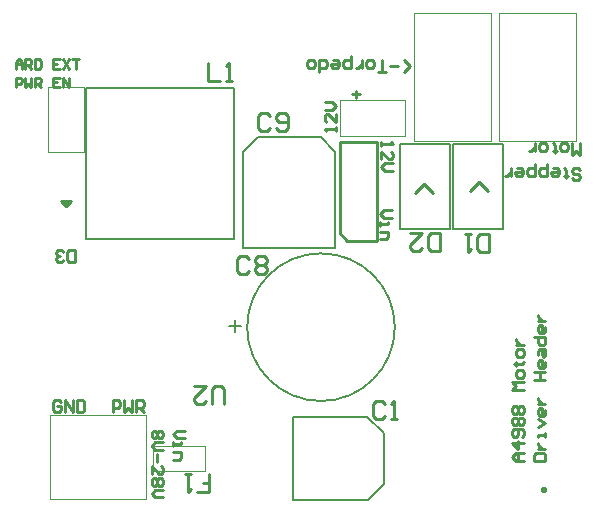
<source format=gto>
G04*
G04 #@! TF.GenerationSoftware,Altium Limited,Altium Designer,18.1.7 (191)*
G04*
G04 Layer_Color=65535*
%FSLAX25Y25*%
%MOIN*%
G70*
G01*
G75*
%ADD10C,0.00787*%
%ADD11C,0.00197*%
%ADD12C,0.01000*%
%ADD13C,0.00394*%
%ADD14C,0.00591*%
D10*
X191929Y158661D02*
G03*
X191929Y158661I-24606J0D01*
G01*
X157874Y101181D02*
Y116535D01*
Y128740D01*
Y101181D02*
X183071D01*
X188189Y106299D01*
Y123228D01*
X157874Y128740D02*
X182677D01*
X188189Y123228D01*
X136543Y159055D02*
X140543D01*
X138543Y157055D02*
Y161055D01*
X104823Y188169D02*
X138484D01*
Y238366D01*
X88878D02*
X138484D01*
X88878Y188169D02*
Y238366D01*
Y188169D02*
X104823D01*
X141339Y185039D02*
X156693D01*
X141339D02*
Y217192D01*
X146194Y222047D01*
X167192D01*
X172047Y217192D01*
X156693Y185039D02*
X172047D01*
Y217192D01*
D11*
X128779Y112811D02*
Y117111D01*
X111379Y119161D02*
X128779D01*
X111327Y114961D02*
Y119161D01*
X115779Y110761D02*
X124479D01*
X111327D02*
Y114961D01*
Y110761D02*
X115779D01*
X124479D02*
X128779D01*
Y112811D01*
Y117111D02*
Y119161D01*
D12*
X80610Y200787D02*
X82284Y199114D01*
X80610Y200787D02*
X83957D01*
X82284Y199114D02*
X82284D01*
X83957Y200787D01*
X83957D02*
X83957D01*
X83366Y200197D02*
X83957Y200787D01*
X81595Y200197D02*
X83366D01*
X186028Y187437D02*
Y220437D01*
X173528D02*
X186028D01*
X176028Y187437D02*
X186028D01*
X173528Y189937D02*
X176028Y187437D01*
X173528Y189937D02*
Y220437D01*
X235041Y114111D02*
X232417D01*
X231105Y115423D01*
X232417Y116735D01*
X235041D01*
X233073D01*
Y114111D01*
X235041Y120015D02*
X231105D01*
X233073Y118047D01*
Y120671D01*
X234385Y121983D02*
X235041Y122639D01*
Y123951D01*
X234385Y124606D01*
X231761D01*
X231105Y123951D01*
Y122639D01*
X231761Y121983D01*
X232417D01*
X233073Y122639D01*
Y124606D01*
X231761Y125918D02*
X231105Y126574D01*
Y127886D01*
X231761Y128542D01*
X232417D01*
X233073Y127886D01*
X233729Y128542D01*
X234385D01*
X235041Y127886D01*
Y126574D01*
X234385Y125918D01*
X233729D01*
X233073Y126574D01*
X232417Y125918D01*
X231761D01*
X233073Y126574D02*
Y127886D01*
X231761Y129854D02*
X231105Y130510D01*
Y131822D01*
X231761Y132478D01*
X232417D01*
X233073Y131822D01*
X233729Y132478D01*
X234385D01*
X235041Y131822D01*
Y130510D01*
X234385Y129854D01*
X233729D01*
X233073Y130510D01*
X232417Y129854D01*
X231761D01*
X233073Y130510D02*
Y131822D01*
X235041Y137725D02*
X231105D01*
X232417Y139038D01*
X231105Y140349D01*
X235041D01*
Y142317D02*
Y143629D01*
X234385Y144285D01*
X233073D01*
X232417Y143629D01*
Y142317D01*
X233073Y141661D01*
X234385D01*
X235041Y142317D01*
X231761Y146253D02*
X232417D01*
Y145597D01*
Y146909D01*
Y146253D01*
X234385D01*
X235041Y146909D01*
Y149533D02*
Y150845D01*
X234385Y151501D01*
X233073D01*
X232417Y150845D01*
Y149533D01*
X233073Y148877D01*
X234385D01*
X235041Y149533D01*
X232417Y152813D02*
X235041D01*
X233729D01*
X233073Y153469D01*
X232417Y154124D01*
Y154780D01*
X238228Y114111D02*
X242164D01*
Y116079D01*
X241508Y116735D01*
X238884D01*
X238228Y116079D01*
Y114111D01*
X239540Y118047D02*
X242164D01*
X240852D01*
X240196Y118703D01*
X239540Y119359D01*
Y120015D01*
X242164Y121983D02*
Y123294D01*
Y122639D01*
X239540D01*
Y121983D01*
Y125262D02*
X242164Y126574D01*
X239540Y127886D01*
X242164Y131166D02*
Y129854D01*
X241508Y129198D01*
X240196D01*
X239540Y129854D01*
Y131166D01*
X240196Y131822D01*
X240852D01*
Y129198D01*
X239540Y133134D02*
X242164D01*
X240852D01*
X240196Y133790D01*
X239540Y134446D01*
Y135102D01*
X238228Y141005D02*
X242164D01*
X240196D01*
Y143629D01*
X238228D01*
X242164D01*
Y146909D02*
Y145597D01*
X241508Y144941D01*
X240196D01*
X239540Y145597D01*
Y146909D01*
X240196Y147565D01*
X240852D01*
Y144941D01*
X239540Y149533D02*
Y150845D01*
X240196Y151501D01*
X242164D01*
Y149533D01*
X241508Y148877D01*
X240852Y149533D01*
Y151501D01*
X238228Y155436D02*
X242164D01*
Y153469D01*
X241508Y152813D01*
X240196D01*
X239540Y153469D01*
Y155436D01*
X242164Y158716D02*
Y157404D01*
X241508Y156748D01*
X240196D01*
X239540Y157404D01*
Y158716D01*
X240196Y159372D01*
X240852D01*
Y156748D01*
X239540Y160684D02*
X242164D01*
X240852D01*
X240196Y161340D01*
X239540Y161996D01*
Y162652D01*
X65567Y244855D02*
Y246954D01*
X66616Y248004D01*
X67666Y246954D01*
Y244855D01*
Y246429D01*
X65567D01*
X68716Y244855D02*
Y248004D01*
X70290D01*
X70815Y247479D01*
Y246429D01*
X70290Y245905D01*
X68716D01*
X69765D02*
X70815Y244855D01*
X71864Y248004D02*
Y244855D01*
X73438D01*
X73963Y245380D01*
Y247479D01*
X73438Y248004D01*
X71864D01*
X80260D02*
X78161D01*
Y244855D01*
X80260D01*
X78161Y246429D02*
X79211D01*
X81310Y248004D02*
X83409Y244855D01*
Y248004D02*
X81310Y244855D01*
X84459Y248004D02*
X86558D01*
X85508D01*
Y244855D01*
X65567Y238677D02*
Y241826D01*
X67141D01*
X67666Y241301D01*
Y240251D01*
X67141Y239726D01*
X65567D01*
X68716Y241826D02*
Y238677D01*
X69765Y239726D01*
X70815Y238677D01*
Y241826D01*
X71864Y238677D02*
Y241826D01*
X73438D01*
X73963Y241301D01*
Y240251D01*
X73438Y239726D01*
X71864D01*
X72914D02*
X73963Y238677D01*
X80260Y241826D02*
X78161D01*
Y238677D01*
X80260D01*
X78161Y240251D02*
X79211D01*
X81310Y238677D02*
Y241826D01*
X83409Y238677D01*
Y241826D01*
X80624Y133740D02*
X79968Y134396D01*
X78656D01*
X78000Y133740D01*
Y131117D01*
X78656Y130461D01*
X79968D01*
X80624Y131117D01*
Y132429D01*
X79312D01*
X81936Y130461D02*
Y134396D01*
X84560Y130461D01*
Y134396D01*
X85872D02*
Y130461D01*
X87839D01*
X88495Y131117D01*
Y133740D01*
X87839Y134396D01*
X85872D01*
X121901Y124197D02*
X119277D01*
X117965Y122885D01*
X119277Y121573D01*
X121901D01*
X117965Y120261D02*
Y118949D01*
Y119605D01*
X120589D01*
Y120261D01*
X117965Y116981D02*
X120589D01*
Y115014D01*
X119933Y114357D01*
X117965D01*
X114122Y124197D02*
X114778Y123541D01*
Y122229D01*
X114122Y121573D01*
X113466D01*
X112810Y122229D01*
X112154Y121573D01*
X111498D01*
X110843Y122229D01*
Y123541D01*
X111498Y124197D01*
X112154D01*
X112810Y123541D01*
X113466Y124197D01*
X114122D01*
X112810Y123541D02*
Y122229D01*
X114778Y120261D02*
X112154D01*
X110843Y118949D01*
X112154Y117637D01*
X114778D01*
X112810Y116325D02*
Y113701D01*
X110843Y109766D02*
Y112390D01*
X113466Y109766D01*
X114122D01*
X114778Y110422D01*
Y111734D01*
X114122Y112390D01*
Y108454D02*
X114778Y107798D01*
Y106486D01*
X114122Y105830D01*
X113466D01*
X112810Y106486D01*
X112154Y105830D01*
X111498D01*
X110843Y106486D01*
Y107798D01*
X111498Y108454D01*
X112154D01*
X112810Y107798D01*
X113466Y108454D01*
X114122D01*
X112810Y107798D02*
Y106486D01*
X114778Y104518D02*
X112154D01*
X110843Y103206D01*
X112154Y101894D01*
X114778D01*
X97850Y130461D02*
Y134396D01*
X99818D01*
X100474Y133740D01*
Y132429D01*
X99818Y131773D01*
X97850D01*
X101786Y134396D02*
Y130461D01*
X103098Y131773D01*
X104410Y130461D01*
Y134396D01*
X105722Y130461D02*
Y134396D01*
X107690D01*
X108346Y133740D01*
Y132429D01*
X107690Y131773D01*
X105722D01*
X107034D02*
X108346Y130461D01*
X251101Y208291D02*
X251757Y207635D01*
X253068D01*
X253724Y208291D01*
Y208947D01*
X253068Y209603D01*
X251757D01*
X251101Y210259D01*
Y210915D01*
X251757Y211571D01*
X253068D01*
X253724Y210915D01*
X249133Y208291D02*
Y208947D01*
X249789D01*
X248477D01*
X249133D01*
Y210915D01*
X248477Y211571D01*
X244541D02*
X245853D01*
X246509Y210915D01*
Y209603D01*
X245853Y208947D01*
X244541D01*
X243885Y209603D01*
Y210259D01*
X246509D01*
X242573Y212883D02*
Y208947D01*
X240605D01*
X239949Y209603D01*
Y210915D01*
X240605Y211571D01*
X242573D01*
X238637Y212883D02*
Y208947D01*
X236669D01*
X236014Y209603D01*
Y210915D01*
X236669Y211571D01*
X238637D01*
X232734D02*
X234046D01*
X234702Y210915D01*
Y209603D01*
X234046Y208947D01*
X232734D01*
X232078Y209603D01*
Y210259D01*
X234702D01*
X230766Y208947D02*
Y211571D01*
Y210259D01*
X230110Y209603D01*
X229454Y208947D01*
X228798D01*
X253724Y220006D02*
Y216070D01*
X252413Y217382D01*
X251101Y216070D01*
Y220006D01*
X249133D02*
X247821D01*
X247165Y219350D01*
Y218038D01*
X247821Y217382D01*
X249133D01*
X249789Y218038D01*
Y219350D01*
X249133Y220006D01*
X245197Y216726D02*
Y217382D01*
X245853D01*
X244541D01*
X245197D01*
Y219350D01*
X244541Y220006D01*
X241917D02*
X240605D01*
X239949Y219350D01*
Y218038D01*
X240605Y217382D01*
X241917D01*
X242573Y218038D01*
Y219350D01*
X241917Y220006D01*
X238637Y217382D02*
Y220006D01*
Y218694D01*
X237981Y218038D01*
X237326Y217382D01*
X236669D01*
X198785Y203271D02*
X201784Y206270D01*
X204783Y203271D01*
X216929Y204055D02*
X219928Y207054D01*
X222927Y204055D01*
X191066Y197764D02*
X188442D01*
X187130Y196452D01*
X188442Y195140D01*
X191066D01*
X187130Y193828D02*
Y192516D01*
Y193172D01*
X189754D01*
Y193828D01*
X187130Y190548D02*
X189754D01*
Y188581D01*
X189098Y187925D01*
X187130D01*
X187457Y220472D02*
Y219161D01*
Y219816D01*
X191393D01*
X190736Y220472D01*
X187457Y214569D02*
Y217193D01*
X190080Y214569D01*
X190736D01*
X191393Y215225D01*
Y216537D01*
X190736Y217193D01*
X191393Y213257D02*
X188769D01*
X187457Y211945D01*
X188769Y210633D01*
X191393D01*
X242126Y104094D02*
X241126D01*
Y105094D01*
X242126D01*
Y104094D01*
X177559Y236220D02*
X180183D01*
X178871Y237532D02*
Y234908D01*
X172441Y223914D02*
Y225226D01*
Y224570D01*
X168505D01*
X169161Y223914D01*
X172441Y229817D02*
Y227193D01*
X169817Y229817D01*
X169161D01*
X168505Y229161D01*
Y227849D01*
X169161Y227193D01*
X168505Y231129D02*
X171129D01*
X172441Y232441D01*
X171129Y233753D01*
X168505D01*
X85433Y180316D02*
Y184252D01*
X83465D01*
X82809Y183596D01*
Y180972D01*
X83465Y180316D01*
X85433D01*
X81497Y180972D02*
X80841Y180316D01*
X79530D01*
X78873Y180972D01*
Y181628D01*
X79530Y182284D01*
X80185D01*
X79530D01*
X78873Y182940D01*
Y183596D01*
X79530Y184252D01*
X80841D01*
X81497Y183596D01*
X143369Y181376D02*
X142369Y182376D01*
X140370D01*
X139370Y181376D01*
Y177378D01*
X140370Y176378D01*
X142369D01*
X143369Y177378D01*
X145368Y181376D02*
X146368Y182376D01*
X148367D01*
X149367Y181376D01*
Y180377D01*
X148367Y179377D01*
X149367Y178377D01*
Y177378D01*
X148367Y176378D01*
X146368D01*
X145368Y177378D01*
Y178377D01*
X146368Y179377D01*
X145368Y180377D01*
Y181376D01*
X146368Y179377D02*
X148367D01*
X206850Y183939D02*
Y189937D01*
X203851D01*
X202851Y188937D01*
Y184939D01*
X203851Y183939D01*
X206850D01*
X196853Y189937D02*
X200851D01*
X196853Y185938D01*
Y184939D01*
X197852Y183939D01*
X199852D01*
X200851Y184939D01*
X194883Y247638D02*
X196850Y245670D01*
X194883Y243702D01*
X192915Y245670D02*
X190291D01*
X188979Y243702D02*
X186355D01*
X187667D01*
Y247638D01*
X184387D02*
X183075D01*
X182419Y246982D01*
Y245670D01*
X183075Y245014D01*
X184387D01*
X185043Y245670D01*
Y246982D01*
X184387Y247638D01*
X181107Y245014D02*
Y247638D01*
Y246326D01*
X180452Y245670D01*
X179796Y245014D01*
X179140D01*
X177172Y248950D02*
Y245014D01*
X175204D01*
X174548Y245670D01*
Y246982D01*
X175204Y247638D01*
X177172D01*
X171268D02*
X172580D01*
X173236Y246982D01*
Y245670D01*
X172580Y245014D01*
X171268D01*
X170612Y245670D01*
Y246326D01*
X173236D01*
X166676Y243702D02*
Y247638D01*
X168644D01*
X169300Y246982D01*
Y245670D01*
X168644Y245014D01*
X166676D01*
X164708Y247638D02*
X163397D01*
X162741Y246982D01*
Y245670D01*
X163397Y245014D01*
X164708D01*
X165365Y245670D01*
Y246982D01*
X164708Y247638D01*
X188644Y132951D02*
X187645Y133950D01*
X185645D01*
X184646Y132951D01*
Y128952D01*
X185645Y127952D01*
X187645D01*
X188644Y128952D01*
X190644Y127952D02*
X192643D01*
X191644D01*
Y133950D01*
X190644Y132951D01*
X129528Y246549D02*
Y240551D01*
X133526D01*
X135526D02*
X137525D01*
X136525D01*
Y246549D01*
X135526Y245550D01*
X150455Y229014D02*
X149456Y230014D01*
X147456D01*
X146457Y229014D01*
Y225015D01*
X147456Y224016D01*
X149456D01*
X150455Y225015D01*
X152455D02*
X153454Y224016D01*
X155454D01*
X156454Y225015D01*
Y229014D01*
X155454Y230014D01*
X153454D01*
X152455Y229014D01*
Y228014D01*
X153454Y227015D01*
X156454D01*
X223228Y183844D02*
Y189842D01*
X220229D01*
X219230Y188842D01*
Y184844D01*
X220229Y183844D01*
X223228D01*
X217230Y189842D02*
X215231D01*
X216231D01*
Y183844D01*
X217230Y184844D01*
X125923Y103670D02*
X129921D01*
Y106669D01*
X127922D01*
X129921D01*
Y109669D01*
X123923D02*
X121924D01*
X122924D01*
Y103670D01*
X123923Y104670D01*
X135039Y132978D02*
Y137977D01*
X134040Y138976D01*
X132040D01*
X131041Y137977D01*
Y132978D01*
X125043Y138976D02*
X129041D01*
X125043Y134978D01*
Y133978D01*
X126042Y132978D01*
X128042D01*
X129041Y133978D01*
D13*
X83169Y216929D02*
X88189D01*
Y238583D01*
X76378D02*
X88189D01*
X76378Y216929D02*
Y238583D01*
Y216929D02*
X83169D01*
X224016Y220866D02*
Y263386D01*
X198425D02*
X224016D01*
X198425Y220866D02*
Y263386D01*
Y220866D02*
X224016D01*
X195275Y229232D02*
Y234252D01*
X173622D02*
X195275D01*
X173622Y222441D02*
Y234252D01*
Y222441D02*
X195275D01*
Y229232D01*
X252362Y220866D02*
Y263386D01*
X226772D02*
X252362D01*
X226772Y220866D02*
Y263386D01*
Y220866D02*
X252362D01*
X109000Y113122D02*
Y129461D01*
X77000D02*
X109000D01*
X77000Y101461D02*
Y129461D01*
Y101461D02*
X109000D01*
Y113122D01*
D14*
X203222Y191260D02*
X204232D01*
X210236D01*
Y219606D01*
X193701Y191260D02*
X203222D01*
X193701D02*
Y219606D01*
X210236D01*
X211417D02*
X227953D01*
X211417Y191260D02*
Y219606D01*
Y191260D02*
X220939D01*
X227953D02*
Y219606D01*
X221949Y191260D02*
X227953D01*
X220939D02*
X221949D01*
M02*

</source>
